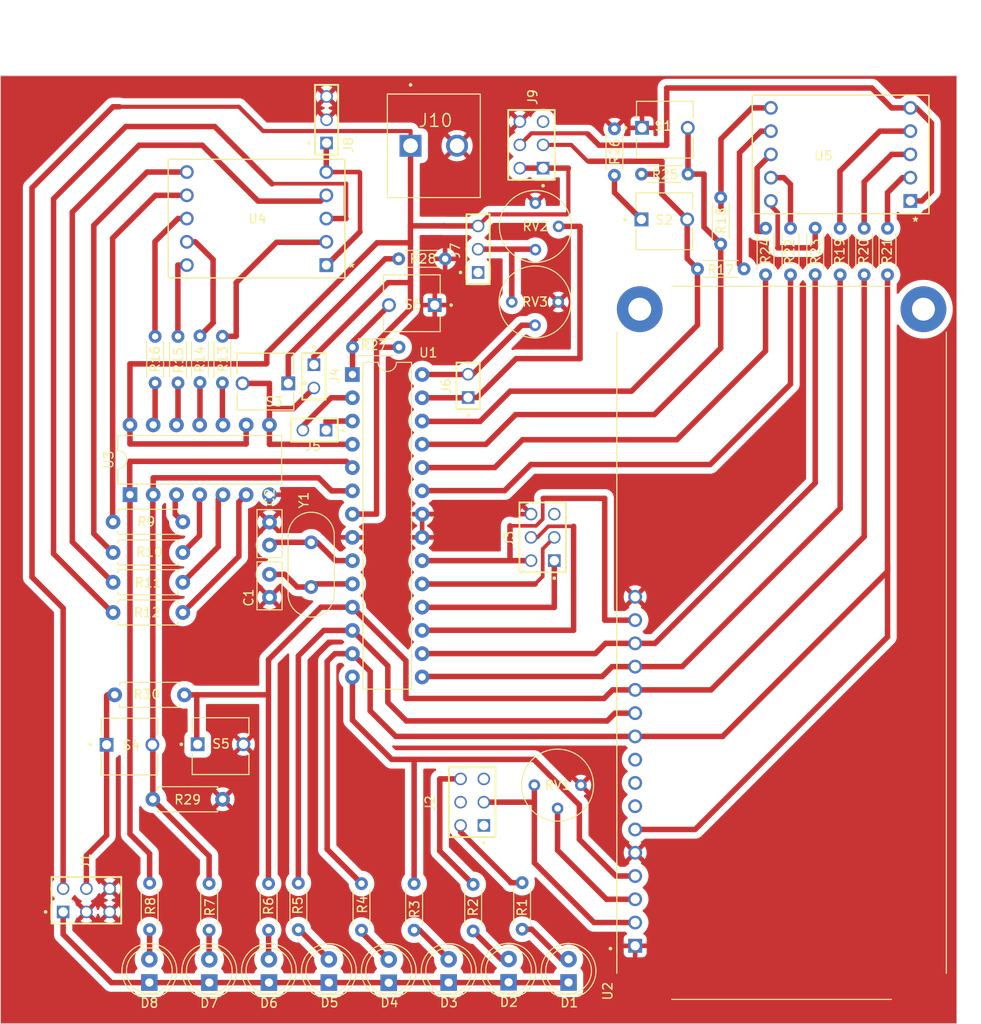
<source format=kicad_pcb>
(kicad_pcb (version 20221018) (generator pcbnew)
  (title_block (title "Módulo Aprendizaje Microcontroladores AVR") (date "2024-09-08") (rev "Bryan Claudio Huane Rodriguez") (company "IEEE UNMSM CAS SBC"))
  (layers (0 "F.Cu" signal) (31 "B.Cu" signal) (34 "B.Paste" user) (35 "F.Paste" user) (36 "B.SilkS" user "B.Silkscreen") (37 "F.SilkS" user "F.Silkscreen") (38 "B.Mask" user) (39 "F.Mask" user) (44 "Edge.Cuts" user))
  (net 0 "")
  (net 1 "PB6")
  (net 2 "Net-(U4-A)")
  (net 3 "PB7")
  (net 4 "Net-(D1-K)")
  (net 5 "PB1")
  (net 6 "PC2")
  (net 7 "PD6")
  (net 8 "PD7")
  (net 9 "PB0")
  (net 10 "Net-(U4-B)")
  (net 11 "5V")
  (net 12 "PD4")
  (net 13 "PD5")
  (net 14 "PB2")
  (net 15 "MOSI")
  (net 16 "MISO")
  (net 17 "PB5")
  (net 18 "PC0")
  (net 19 "PC1")
  (net 20 "PC4")
  (net 21 "PC5")
  (net 22 "PD0")
  (net 23 "PD1")
  (net 24 "PD2")
  (net 25 "PD3")
  (net 26 "GND")
  (net 27 "Net-(U4-C)")
  (net 28 "Net-(U4-D)")
  (net 29 "PC6")
  (net 30 "Net-(U5-E)")
  (net 31 "Net-(U5-D)")
  (net 32 "Net-(U5-C)")
  (net 33 "Net-(U5-B)")
  (net 34 "Net-(U5-A)")
  (net 35 "Net-(U5-DP)")
  (net 36 "Net-(U5-F)")
  (net 37 "Net-(U5-G)")
  (net 38 "Net-(U4-E)")
  (net 39 "Net-(U4-F)")
  (net 40 "Net-(U4-G)")
  (net 41 "Net-(U4-DP)")
  (net 42 "Net-(D1-A)")
  (net 43 "Net-(D2-A)")
  (net 44 "Net-(D3-A)")
  (net 45 "Net-(D4-A)")
  (net 46 "Net-(D5-A)")
  (net 47 "Net-(D7-A)")
  (net 48 "Net-(D8-A)")
  (net 49 "PC3")
  (net 50 "LED2")
  (net 51 "LED3")
  (net 52 "Net-(D6-A)")
  (net 53 "Net-(U2-VDD)")
  (net 56 "Net-(U3-Q0)")
  (net 57 "Net-(U3-Q1)")
  (net 58 "Net-(U3-Q2)")
  (net 59 "Net-(U3-Q3)")
  (net 60 "Net-(U3-Q4)")
  (net 61 "Net-(U3-Q5)")
  (net 62 "Net-(U3-Q6)")
  (net 63 "Net-(U3-Q7)")
  (net 64 "Net-(R26-Pad2)")
  (net 65 "Net-(U2-VO)")
  (net 69 "Net-(J7-Pad02)")
  (net 70 "Net-(J8-Pad01)")
  (net 71 "Net-(J9-Pad04)")
  (net 72 "Net-(J1-Pad04)")
  (net 76 "Net-(R28-Pad1)")
  (footprint "Capacitor_THT:C_Disc_D5.0mm_W2.5mm_P2.50mm" (layer "F.Cu") (at 116.4 95.95 -90)
    (fp_text reference "C1")
    (fp_text value "C")
  )
  (footprint "LED_THT:LED_D5.0mm" (layer "F.Cu") (at 149.075 140.5 90)
    (fp_text reference "D1")
    (fp_text value "LED")
  )
  (footprint "Package_DIP:DIP-28_W7.62mm" (layer "F.Cu") (at 125.455 74.13)
    (fp_text reference "U1")
    (fp_text value "ATmega328P-P")
  )
  (footprint "Resistor_THT:R_Axial_DIN0207_L6.3mm_D2.5mm_P7.62mm_Horizontal" (layer "F.Cu") (at 106.925 96.81 180)
    (fp_text reference "R11")
    (fp_text value "R")
  )
  (footprint "Resistor_THT:R_Axial_DIN0207_L6.3mm_D2.5mm_P7.62mm_Horizontal" (layer "F.Cu") (at 106.925 100.11 180)
    (fp_text reference "R12")
    (fp_text value "R")
  )
  (footprint "Crystal:Crystal_HC49-4H_Vertical" (layer "F.Cu") (at 120.95 92.45 -90)
    (fp_text reference "Y1")
    (fp_text value "Crystal")
  )
  (footprint "LED_THT:LED_D5.0mm" (layer "F.Cu") (at 129.425 140.535 90)
    (fp_text reference "D4")
    (fp_text value "LED")
  )
  (footprint "Resistor_THT:R_Axial_DIN0204_L3.6mm_D1.6mm_P5.08mm_Horizontal" (layer "F.Cu") (at 103.9 75.05 90)
    (fp_text reference "R16")
    (fp_text value "R")
  )
  (footprint "TSW-103-17-T-D:SAMTEC_TSW-103-17-T-D" (layer "F.Cu") (at 147.515 94.45 90)
    (fp_text reference "J3")
    (fp_text value "TSW-103-17-T-D")
  )
  (footprint "Resistor_THT:R_Axial_DIN0204_L3.6mm_D1.6mm_P5.08mm_Horizontal" (layer "F.Cu") (at 176.025 63.23 90)
    (fp_text reference "R23")
    (fp_text value "R")
  )
  (footprint "Resistor_THT:R_Axial_DIN0204_L3.6mm_D1.6mm_P5.08mm_Horizontal" (layer "F.Cu") (at 183.925 63.24 90)
    (fp_text reference "R21")
    (fp_text value "R")
  )
  (footprint "JUMPER3:SAMTEC_TSW-101-26-S-T" (layer "F.Cu") (at 139.1875 62.99)
    (fp_text reference "J7")
    (fp_text value "TSW-101-26-S-T")
  )
  (footprint "Package_DIP:DIP-14_W7.62mm" (layer "F.Cu") (at 101.15 87.25 90)
    (fp_text reference "U3")
    (fp_text value "74HC164")
  )
  (footprint "Resistor_THT:R_Axial_DIN0204_L3.6mm_D1.6mm_P5.08mm_Horizontal" (layer "F.Cu") (at 130.51 61.5)
    (fp_text reference "R28")
    (fp_text value "R")
  )
  (footprint "Potentiometer_THT:Potentiometer_Bourns_3339P_Vertical" (layer "F.Cu") (at 150.415 118.96 90)
    (fp_text reference "RV1")
    (fp_text value "R_Potentiometer")
  )
  (footprint "Potentiometer_THT:Potentiometer_Bourns_3339P_Vertical" (layer "F.Cu") (at 145.45 55.42 180)
    (fp_text reference "RV2")
    (fp_text value "R_Potentiometer")
  )
  (footprint "Resistor_THT:R_Axial_DIN0204_L3.6mm_D1.6mm_P5.08mm_Horizontal" (layer "F.Cu") (at 125.47 71.15)
    (fp_text reference "R27")
    (fp_text value "R")
  )
  (footprint "SC56-11SRWA:SC56-11SRWA_KNB" (layer "F.Cu") (at 186.42 55.18 180)
    (fp_text reference "U5")
    (fp_text value "SA15-11SRWA")
  )
  (footprint "Resistor_THT:R_Axial_DIN0204_L3.6mm_D1.6mm_P5.08mm_Horizontal" (layer "F.Cu") (at 138.65 129.8 -90)
    (fp_text reference "R2")
    (fp_text value "R")
  )
  (footprint "Resistor_THT:R_Axial_DIN0204_L3.6mm_D1.6mm_P5.08mm_Horizontal" (layer "F.Cu") (at 144 129.61 -90)
    (fp_text reference "R1")
    (fp_text value "R")
  )
  (footprint "LED_THT:LED_D5.0mm" (layer "F.Cu") (at 142.525 140.485 90)
    (fp_text reference "D2")
    (fp_text value "LED")
  )
  (footprint "TSW-103-17-T-D:SAMTEC_TSW-103-17-T-D" (layer "F.Cu") (at 146.29 51.6 90)
    (fp_text reference "J9")
    (fp_text value "TSW-103-17-T-D")
  )
  (footprint "Resistor_THT:R_Axial_DIN0204_L3.6mm_D1.6mm_P5.08mm_Horizontal" (layer "F.Cu") (at 126.45 129.71 -90)
    (fp_text reference "R4")
    (fp_text value "R")
  )
  (footprint "Capacitor_THT:C_Disc_D5.0mm_W2.5mm_P2.50mm" (layer "F.Cu") (at 116.4 92.75 90)
    (fp_text reference "C2")
    (fp_text value "C")
  )
  (footprint "Resistor_THT:R_Axial_DIN0204_L3.6mm_D1.6mm_P5.08mm_Horizontal" (layer "F.Cu") (at 108.8 75 90)
    (fp_text reference "R14")
    (fp_text value "R")
  )
  (footprint "Resistor_THT:R_Axial_DIN0204_L3.6mm_D1.6mm_P5.08mm_Horizontal" (layer "F.Cu") (at 111.25 75.04 90)
    (fp_text reference "R13")
    (fp_text value "R")
  )
  (footprint "TSW-102-09-G-S:SAMTEC_TSW-102-09-G-S" (layer "F.Cu") (at 121.25 73.06 -90)
    (fp_text reference "J4")
    (fp_text value "TSW-102-09-G-S")
  )
  (footprint "Resistor_THT:R_Axial_DIN0204_L3.6mm_D1.6mm_P5.08mm_Horizontal" (layer "F.Cu") (at 109.8 129.71 -90)
    (fp_text reference "R7")
    (fp_text value "R")
  )
  (footprint "Resistor_THT:R_Axial_DIN0204_L3.6mm_D1.6mm_P5.08mm_Horizontal" (layer "F.Cu") (at 170.6 63.24 90)
    (fp_text reference "R24")
    (fp_text value "R")
  )
  (footprint "TSW-103-17-T-D:SAMTEC_TSW-103-17-T-D" (layer "F.Cu") (at 139.815 123.36 90)
    (fp_text reference "J2")
    (fp_text value "TSW-103-17-T-D")
  )
  (footprint "TL59NF160Q:SW_TL59NF160Q" (layer "F.Cu") (at 131.95 66.55 180)
    (fp_text reference "S6")
    (fp_text value "TL59NF160Q")
  )
  (footprint "Resistor_THT:R_Axial_DIN0204_L3.6mm_D1.6mm_P5.08mm_Horizontal" (layer "F.Cu") (at 163.16 62.6)
    (fp_text reference "R17")
    (fp_text value "R")
  )
  (footprint "Resistor_THT:R_Axial_DIN0204_L3.6mm_D1.6mm_P5.08mm_Horizontal" (layer "F.Cu") (at 181.375 63.24 90)
    (fp_text reference "R20")
    (fp_text value "R")
  )
  (footprint "Resistor_THT:R_Axial_DIN0204_L3.6mm_D1.6mm_P5.08mm_Horizontal" (layer "F.Cu") (at 178.75 63.24 90)
    (fp_text reference "R19")
    (fp_text value "R")
  )
  (footprint "Potentiometer_THT:Potentiometer_Bourns_3339P_Vertical" (layer "F.Cu") (at 147.95 66.21 90)
    (fp_text reference "RV3")
    (fp_text value "R_Potentiometer")
  )
  (footprint "LED_THT:LED_D5.0mm" (layer "F.Cu") (at 122.885 140.5175 90)
    (fp_text reference "D5")
    (fp_text value "LED")
  )
  (footprint "Resistor_THT:R_Axial_DIN0204_L3.6mm_D1.6mm_P5.08mm_Horizontal" (layer "F.Cu") (at 173.325 63.24 90)
    (fp_text reference "R22")
    (fp_text value "R")
  )
  (footprint "JUMPER3:SAMTEC_TSW-101-26-S-T" (layer "F.Cu") (at 122.634851 48.855825)
    (fp_text reference "J8")
    (fp_text value "TSW-101-26-S-T" hide)
  )
  (footprint "LED_THT:LED_D5.0mm" (layer "F.Cu") (at 135.975 140.51 90)
    (fp_text reference "D3")
    (fp_text value "LED")
  )
  (footprint "TSW-102-09-G-S:SAMTEC_TSW-102-09-G-S" (layer "F.Cu") (at 138.1 76.64 90)
    (fp_text reference "J6")
    (fp_text value "TSW-102-09-G-S")
  )
  (footprint "Resistor_THT:R_Axial_DIN0207_L6.3mm_D2.5mm_P7.62mm_Horizontal" (layer "F.Cu") (at 106.925 93.56 180)
    (fp_text reference "R10")
    (fp_text value "R")
  )
  (footprint "Resistor_THT:R_Axial_DIN0207_L6.3mm_D2.5mm_P7.62mm_Horizontal" (layer "F.Cu") (at 107.1 109.1 180)
    (fp_text reference "R30")
    (fp_text value "R")
  )
  (footprint "TSW-103-17-T-D:SAMTEC_TSW-103-17-T-D" (layer "F.Cu") (at 93.85 132.8)
    (fp_text reference "J1")
    (fp_text value "TSW-103-17-T-D")
  )
  (footprint "Resistor_THT:R_Axial_DIN0207_L6.3mm_D2.5mm_P7.62mm_Horizontal" (layer "F.Cu") (at 106.925 90.21 180)
    (fp_text reference "R9")
    (fp_text value "R")
  )
  (footprint "TL59NF160Q:SW_TL59NF160Q" (layer "F.Cu") (at 159.5375 57.2)
    (fp_text reference "S2")
    (fp_text value "TL59NF160Q")
  )
  (footprint "LED_THT:LED_D5.0mm" (layer "F.Cu") (at 116.335 140.5125 90)
    (fp_text reference "D6")
    (fp_text value "LED")
  )
  (footprint "LCD2X16:LCD_LCD2X16" (layer "F.Cu") (at 172.35 104.5 90)
    (fp_text reference "U2")
    (fp_text value "LCD2X16")
  )
  (footprint "TL59NF160Q:SW_TL59NF160Q" (layer "F.Cu") (at 111.05 114.5)
    (fp_text reference "S5")
    (fp_text value "TL59NF160Q")
  )
  (footprint "Resistor_THT:R_Axial_DIN0204_L3.6mm_D1.6mm_P5.08mm_Horizontal" (layer "F.Cu") (at 119.55 129.66 -90)
    (fp_text reference "R5")
    (fp_text value "R")
  )
  (footprint "TL59NF160Q:SW_TL59NF160Q" (layer "F.Cu") (at 159.6 47.2)
    (fp_text reference "S1")
    (fp_text value "TL59NF160Q")
  )
  (footprint "Resistor_THT:R_Axial_DIN0207_L6.3mm_D2.5mm_P7.62mm_Horizontal" (layer "F.Cu") (at 111.27 120.5 180)
    (fp_text reference "R29")
    (fp_text value "R")
  )
  (footprint "Resistor_THT:R_Axial_DIN0204_L3.6mm_D1.6mm_P5.08mm_Horizontal" (layer "F.Cu") (at 106.4 75.05 90)
    (fp_text reference "R15")
    (fp_text value "R")
  )
  (footprint "LED_THT:LED_D5.0mm" (layer "F.Cu") (at 109.819 140.5175 90)
    (fp_text reference "D7")
    (fp_text value "LED")
  )
  (footprint "LED_THT:LED_D5.0mm" (layer "F.Cu") (at 103.269 140.5075 90)
    (fp_text reference "D8")
    (fp_text value "LED")
  )
  (footprint "TB010-508-02BE:CUI_TB010-508-02BE" (layer "F.Cu") (at 131.81 49.15)
    (fp_text reference "J10")
    (fp_text value "TB010-508-02BE")
  )
  (footprint "TL59NF160Q:SW_TL59NF160Q" (layer "F.Cu") (at 101.1 114.55)
    (fp_text reference "S4")
    (fp_text value "TL59NF160Q")
  )
  (footprint "TL59NF160Q:SW_TL59NF160Q" (layer "F.Cu") (at 115.95 75.1 180)
    (fp_text reference "S3")
    (fp_text value "TL59NF160Q")
  )
  (footprint "SC56-11SRWA:SC56-11SRWA_KNB" (layer "F.Cu") (at 122.604851 62.185825 180)
    (fp_text reference "U4")
    (fp_text value "SBC18-11EGWA")
  )
  (footprint "Resistor_THT:R_Axial_DIN0204_L3.6mm_D1.6mm_P5.08mm_Horizontal" (layer "F.Cu") (at 103.3 129.66 -90)
    (fp_text reference "R8")
    (fp_text value "R")
  )
  (footprint "Resistor_THT:R_Axial_DIN0204_L3.6mm_D1.6mm_P5.08mm_Horizontal" (layer "F.Cu") (at 154.0875 47.31 -90)
    (fp_text reference "R26")
    (fp_text value "R")
  )
  (footprint "Resistor_THT:R_Axial_DIN0204_L3.6mm_D1.6mm_P5.08mm_Horizontal" (layer "F.Cu") (at 162.125 52.25 180)
    (fp_text reference "R25")
    (fp_text value "R")
  )
  (footprint "Resistor_THT:R_Axial_DIN0204_L3.6mm_D1.6mm_P5.08mm_Horizontal" (layer "F.Cu") (at 116.3 129.7125 -90)
    (fp_text reference "R6")
    (fp_text value "R")
  )
  (footprint "Resistor_THT:R_Axial_DIN0204_L3.6mm_D1.6mm_P5.08mm_Horizontal" (layer "F.Cu") (at 165.7 59.89 90)
    (fp_text reference "R18")
    (fp_text value "R")
  )
  (footprint "Resistor_THT:R_Axial_DIN0204_L3.6mm_D1.6mm_P5.08mm_Horizontal" (layer "F.Cu") (at 132.2 129.71 -90)
    (fp_text reference "R3")
    (fp_text value "R")
  )
  (footprint "TSW-102-09-G-S:SAMTEC_TSW-102-09-G-S" (layer "F.Cu") (at 122.5825 80.2 180)
    (fp_text reference "J5")
    (fp_text value "TSW-102-09-G-S")
  )
  (gr_line (start 87 41.5) (end 87 145) (stroke (width 0.1)) (layer "Edge.Cuts"))
  (gr_line (start 191.5 41.5) (end 87 41.5) (stroke (width 0.1)) (layer "Edge.Cuts"))
  (gr_line (start 191.5 145) (end 191.5 41.5) (stroke (width 0.1)) (layer "Edge.Cuts"))
  (gr_line (start 87 145) (end 191.5 145) (stroke (width 0.1)) (layer "Edge.Cuts"))
  (segment (start 123.6 94.45) (end 121.6 92.45) (width 0.6) (layer "F.Cu") (net 1))
  (segment (start 121.6 92.45) (end 116.7 92.45) (width 0.6) (layer "F.Cu") (net 1))
  (segment (start 125.455 94.45) (end 123.6 94.45) (width 0.6) (layer "F.Cu") (net 1))
  (segment (start 116.7 92.45) (end 116.4 92.75) (width 0.6) (layer "F.Cu") (net 1))
  (segment (start 99.305 90.21) (end 99.275 90.18) (width 0.6) (layer "F.Cu") (net 2))
  (segment (start 99.305 90.21) (end 99.259851 90.164851) (width 0.6) (layer "F.Cu") (net 2))
  (segment (start 103.934175 54.565825) (end 107.364851 54.565825) (width 0.6) (layer "F.Cu") (net 2))
  (segment (start 99.259851 90.164851) (end 99.259851 59.240149) (width 0.6) (layer "F.Cu") (net 2))
  (segment (start 99.259851 59.240149) (end 103.934175 54.565825) (width 0.6) (layer "F.Cu") (net 2))
  (segment (start 116.4 95.95) (end 118.05 95.95) (width 0.6) (layer "F.Cu") (net 3))
  (segment (start 119.43 97.33) (end 120.95 97.33) (width 0.6) (layer "F.Cu") (net 3))
  (segment (start 118.05 95.95) (end 119.43 97.33) (width 0.6) (layer "F.Cu") (net 3))
  (segment (start 121.29 96.99) (end 125.455 96.99) (width 0.6) (layer "F.Cu") (net 3))
  (segment (start 120.95 97.33) (end 121.29 96.99) (width 0.6) (layer "F.Cu") (net 3))
  (segment (start 103.2665 140.51) (end 103.269 140.5075) (width 0.25) (layer "F.Cu") (net 4))
  (segment (start 93.85 135.25) (end 99.1175 140.5175) (width 0.6) (layer "F.Cu") (net 4))
  (segment (start 99.1175 140.5175) (end 149.0575 140.5175) (width 0.6) (layer "F.Cu") (net 4))
  (segment (start 129.4075 140.5175) (end 129.425 140.535) (width 0.6) (layer "F.Cu") (net 4))
  (segment (start 129.45 140.51) (end 129.425 140.535) (width 0.6) (layer "F.Cu") (net 4))
  (segment (start 149.0575 140.5175) (end 149.075 140.5) (width 0.6) (layer "F.Cu") (net 4))
  (segment (start 149.06 140.485) (end 149.075 140.5) (width 0.6) (layer "F.Cu") (net 4))
  (segment (start 93.85 132.8) (end 93.85 135.25) (width 0.6) (layer "F.Cu") (net 4))
  (segment (start 116.34 140.5175) (end 116.335 140.5125) (width 0.6) (layer "F.Cu") (net 4))
  (segment (start 109.803 140.5075) (end 109.808 140.5025) (width 0.6) (layer "F.Cu") (net 4))
  (segment (start 142.5 140.51) (end 142.525 140.485) (width 0.6) (layer "F.Cu") (net 4))
  (segment (start 129.425 140.51) (end 129.425 140.535) (width 0.6) (layer "F.Cu") (net 4))
  (segment (start 161.48 106.02) (end 178.75 88.75) (width 0.6) (layer "F.Cu") (net 5))
  (segment (start 133.125 107.1) (end 152.75 107.1) (width 0.6) (layer "F.Cu") (net 5))
  (segment (start 156.35 106.02) (end 161.48 106.02) (width 0.6) (layer "F.Cu") (net 5))
  (segment (start 178.75 63.24) (end 178.725 63.265) (width 0.6) (layer "F.Cu") (net 5))
  (segment (start 153.83 106.02) (end 156.35 106.02) (width 0.6) (layer "F.Cu") (net 5))
  (segment (start 133.075 107.15) (end 133.125 107.1) (width 0.6) (layer "F.Cu") (net 5))
  (segment (start 152.75 107.1) (end 153.83 106.02) (width 0.6) (layer "F.Cu") (net 5))
  (segment (start 178.75 88.75) (end 178.75 63.24) (width 0.6) (layer "F.Cu") (net 5))
  (segment (start 163.875 58.025) (end 163.875 52.25) (width 0.6) (layer "F.Cu") (net 6))
  (segment (start 162.125 47.225) (end 162.1 47.2) (width 0.6) (layer "F.Cu") (net 6))
  (segment (start 133.075 81.75) (end 140.05 81.75) (width 0.6) (layer "F.Cu") (net 6))
  (segment (start 158.45 78.5) (end 165.7 71.25) (width 0.6) (layer "F.Cu") (net 6))
  (segment (start 140.05 81.75) (end 143.3 78.5) (width 0.6) (layer "F.Cu") (net 6))
  (segment (start 165.725 59.875) (end 163.875 58.025) (width 0.6) (layer "F.Cu") (net 6))
  (segment (start 162.125 52.25) (end 162.125 47.225) (width 0.6) (layer "F.Cu") (net 6))
  (segment (start 165.7 71.25) (end 165.7 59.89) (width 0.6) (layer "F.Cu") (net 6))
  (segment (start 143.3 78.5) (end 158.45 78.5) (width 0.6) (layer "F.Cu") (net 6))
  (segment (start 163.875 52.25) (end 162.125 52.25) (width 0.6) (layer "F.Cu") (net 6))
  (segment (start 153.3 111.95) (end 131.35 111.95) (width 0.6) (layer "F.Cu") (net 7))
  (segment (start 131.35 111.95) (end 129.325 109.925) (width 0.6) (layer "F.Cu") (net 7))
  (segment (start 119.55 104.85) (end 119.55 129.66) (width 0.6) (layer "F.Cu") (net 7))
  (segment (start 129.325 109.925) (end 129.325 105.94) (width 0.6) (layer "F.Cu") (net 7))
  (segment (start 125.455 102.07) (end 122.33 102.07) (width 0.6) (layer "F.Cu") (net 7))
  (segment (start 122.33 102.07) (end 119.55 104.85) (width 0.6) (layer "F.Cu") (net 7))
  (segment (start 129.325 105.94) (end 125.455 102.07) (width 0.6) (layer "F.Cu") (net 7))
  (segment (start 156.35 111.1) (end 154.15 111.1) (width 0.6) (layer "F.Cu") (net 7))
  (segment (start 154.15 111.1) (end 153.3 111.95) (width 0.6) (layer "F.Cu") (net 7))
  (segment (start 122.7 105.45) (end 122.7 125.96) (width 0.6) (layer "F.Cu") (net 8))
  (segment (start 130.19 113.64) (end 156.35 113.64) (width 0.6) (layer "F.Cu") (net 8))
  (segment (start 123.54 104.61) (end 122.7 105.45) (width 0.6) (layer "F.Cu") (net 8))
  (segment (start 183.925 102.775) (end 162.9 123.8) (width 0.6) (layer "F.Cu") (net 8))
  (segment (start 127.4 106.555) (end 127.4 110.85) (width 0.6) (layer "F.Cu") (net 8))
  (segment (start 165.91 113.64) (end 183.925 95.625) (width 0.6) (layer "F.Cu") (net 8))
  (segment (start 156.35 113.64) (end 165.91 113.64) (width 0.6) (layer "F.Cu") (net 8))
  (segment (start 183.925 94.925) (end 183.925 63.24) (width 0.6) (layer "F.Cu") (net 8))
  (segment (start 122.7 125.96) (end 126.45 129.71) (width 0.6) (layer "F.Cu") (net 8))
  (segment (start 127.4 110.85) (end 130.19 113.64) (width 0.6) (layer "F.Cu") (net 8))
  (segment (start 125.455 104.61) (end 127.4 106.555) (width 0.6) (layer "F.Cu") (net 8))
  (segment (start 183.925 94.925) (end 183.925 102.775) (width 0.6) (layer "F.Cu") (net 8))
  (segment (start 183.925 95.625) (end 183.925 94.925) (width 0.6) (layer "F.Cu") (net 8))
  (segment (start 162.9 123.8) (end 156.35 123.8) (width 0.6) (layer "F.Cu") (net 8))
  (segment (start 125.455 104.61) (end 123.54 104.61) (width 0.6) (layer "F.Cu") (net 8))
  (segment (start 132.2 116.3) (end 132.2 129.71) (width 0.6) (layer "F.Cu") (net 9))
  (segment (start 125.455 111.855) (end 125.455 107.15) (width 0.6) (layer "F.Cu") (net 9))
  (segment (start 129.75 116.15) (end 125.455 111.855) (width 0.6) (layer "F.Cu") (net 9))
  (segment (start 154.245 128.88) (end 150.25 124.885) (width 0.6) (layer "F.Cu") (net 9))
  (segment (start 156.35 128.88) (end 154.245 128.88) (width 0.6) (layer "F.Cu") (net 9))
  (segment (start 150.25 121.125) (end 145.275 116.15) (width 0.6) (layer "F.Cu") (net 9))
  (segment (start 145.275 116.15) (end 129.75 116.15) (width 0.6) (layer "F.Cu") (net 9))
  (segment (start 150.25 124.885) (end 150.25 121.125) (width 0.6) (layer "F.Cu") (net 9))
  (segment (start 99.305 93.56) (end 99.26 93.56) (width 0.6) (layer "F.Cu") (net 10))
  (segment (start 103.024175 52.025825) (end 107.364851 52.025825) (width 0.6) (layer "F.Cu") (net 10))
  (segment (start 97.2 91.5) (end 97.2 57.85) (width 0.6) (layer "F.Cu") (net 10))
  (segment (start 97.2 57.85) (end 103.024175 52.025825) (width 0.6) (layer "F.Cu") (net 10))
  (segment (start 99.26 93.56) (end 97.2 91.5) (width 0.6) (layer "F.Cu") (net 10))
  (segment (start 131.81 57.9) (end 131.8 57.91) (width 0.6) (layer "F.Cu") (net 11))
  (segment (start 148.85 56.65) (end 149.05 56.45) (width 0.45) (layer "F.Cu") (net 11))
  (segment (start 146.25 87.7) (end 146.25 89.925) (width 0.4) (layer "F.Cu") (net 11))
  (segment (start 131.8 63.8) (end 131.8 66.95) (width 0.6) (layer "F.Cu") (net 11))
  (segment (start 101.15 72.9675) (end 116.0325 72.9675) (width 0.6) (layer "F.Cu") (net 11))
  (segment (start 101.15 79.63) (end 101.15 81.71) (width 0.6) (layer "F.Cu") (net 11))
  (segment (start 146.25 89.925) (end 145.525 90.65) (width 0.4) (layer "F.Cu") (net 11))
  (segment (start 153.025 100.95) (end 156.34 100.95) (width 0.6) (layer "F.Cu") (net 11))
  (segment (start 100 44.9) (end 113.05 44.9) (width 0.45) (layer "F.Cu") (net 11))
  (segment (start 116.1 72.9) (end 116.1 71.8) (width 0.6) (layer "F.Cu") (net 11))
  (segment (start 115.7 47.55) (end 131.81 47.55) (width 0.45) (layer "F.Cu") (net 11))
  (segment (start 153.025 87.65) (end 153.025 100.95) (width 0.6) (layer "F.Cu") (net 11))
  (segment (start 101.15 81.71) (end 113.85 81.71) (width 0.6) (layer "F.Cu") (net 11))
  (segment (start 128.1 70.65) (end 128.1 71) (width 0.6) (layer "F.Cu") (net 11))
  (segment (start 116.0325 72.9675) (end 116.1 72.9) (width 0.6) (layer "F.Cu") (net 11))
  (segment (start 128.25 71.15) (end 130.55 71.15) (width 0.6) (layer "F.Cu") (net 11))
  (segment (start 131.8 59.75) (end 131.8 63.8) (width 0.6) (layer "F.Cu") (net 11))
  (segment (start 128.1 71) (end 128.1 89.37) (width 0.6) (layer "F.Cu") (net 11))
  (segment (start 131.8 57.91) (end 131.8 59.75) (width 0.6) (layer "F.Cu") (net 11))
  (segment (start 135.45 57.9) (end 135.46 57.91) (width 0.6) (layer "F.Cu") (net 11))
  (segment (start 90.45 53.75) (end 90.45 96.25) (width 0.6) (layer "F.Cu") (net 11))
  (segment (start 135.46 57.91) (end 139.1875 57.91) (width 0.6) (layer "F.Cu") (net 11))
  (segment (start 144.975 94.45) (end 142.675 94.45) (width 0.6) (layer "F.Cu") (net 11))
  (segment (start 131.75 64.1) (end 131.8 64.15) (width 0.6) (layer "F.Cu") (net 11))
  (segment (start 128.1 89.37) (end 125.455 89.37) (width 0.6) (layer "F.Cu") (net 11))
  (segment (start 146.29 51.6) (end 143.75 51.6) (width 0.6) (layer "F.Cu") (net 11))
  (segment (start 90.45 96.25) (end 93.85 99.65) (width 0.6) (layer "F.Cu") (net 11))
  (segment (start 121.25 72.2) (end 129.35 64.1) (width 0.6) (layer "F.Cu") (net 11))
  (segment (start 135.45 57.9) (end 131.81 57.9) (width 0.6) (layer "F.Cu") (net 11))
  (segment (start 113.85 81.71) (end 113.85 79.63) (width 0.6) (layer "F.Cu") (net 11))
  (segment (start 142.675 94.45) (end 133.075 94.45) (width 0.6) (layer "F.Cu") (net 11))
  (segment (start 129.35 64.1) (end 131.75 64.1) (width 0.6) (layer "F.Cu") (net 11))
  (segment (start 100 44.9) (end 99.3 44.9) (width 0.6) (layer "F.Cu") (net 11))
  (segment (start 116.1 71.8) (end 128.15 59.75) (width 0.6) (layer "F.Cu") (net 11))
  (segment (start 156.34 100.95) (end 156.35 100.94) (width 0.6) (layer "F.Cu") (net 11))
  (segment (start 149.05 51.6) (end 146.29 51.6) (width 0.6) (layer "F.Cu") (net 11))
  (segment (start 128.15 59.75) (end 131.8 59.75) (width 0.6) (layer "F.Cu") (net 11))
  (segment (start 146.3 87.65) (end 153.025 87.65) (width 0.6) (layer "F.Cu") (net 11))
  (segment (start 145.525 90.65) (end 142.675 90.65) (width 0.4) (layer "F.Cu") (net 11))
  (segment (start 139.1875 57.91) (end 140.4475 56.65) (width 0.45) (layer "F.Cu") (net 11))
  (segment (start 121.25 73.06) (end 121.25 72.2) (width 0.6) (layer "F.Cu") (net 11))
  (segment (start 101.15 79.63) (end 101.15 72.9675) (width 0.6) (layer "F.Cu") (net 11))
  (segment (start 146.3 87.65) (end 146.25 87.7) (width 0.4) (layer "F.Cu") (net 11))
  (segment (start 131.81 57.9) (end 131.81 49.15) (width 0.6) (layer "F.Cu") (net 11))
  (segment (start 149.05 56.45) (end 149.05 51.6) (width 0.45) (layer "F.Cu") (net 11))
  (segment (start 113.05 44.9) (end 115.7 47.55) (width 0.45) (layer "F.Cu") (net 11))
  (segment (start 131.81 47.55) (end 131.81 49.15) (width 0.45) (layer "F.Cu") (net 11))
  (segment (start 131.8 66.95) (end 128.1 70.65) (width 0.6) (layer "F.Cu") (net 11))
  (segment (start 133.065 94.46) (end 133.075 94.45) (width 0.6) (layer "F.Cu") (net 11))
  (segment (start 128.1 71) (end 128.25 71.15) (width 0.6) (layer "F.Cu") (net 11))
  (segment (start 131.8 64.7) (end 131.8 63.8) (width 0.25) (layer "F.Cu") (net 11))
  (segment (start 140.4475 56.65) (end 148.85 56.65) (width 0.45) (layer "F.Cu") (net 11))
  (segment (start 99.3 44.9) (end 90.45 53.75) (width 0.6) (layer "F.Cu") (net 11))
  (segment (start 142.675 94.45) (end 142.675 90.65) (width 0.6) (layer "F.Cu") (net 11))
  (segment (start 131.8 64.15) (end 131.8 64.7) (width 0.6) (layer "F.Cu") (net 11))
  (segment (start 93.85 99.65) (end 93.85 130.26) (width 0.6) (layer "F.Cu") (net 11))
  (segment (start 123.18 86.83) (end 125.455 86.83) (width 0.6) (layer "F.Cu") (net 12))
  (segment (start 103.65 120.5) (end 103.65 115.2) (width 0.6) (layer "F.Cu") (net 12))
  (segment (start 103.69 85.41) (end 121.76 85.41) (width 0.6) (layer "F.Cu") (net 12))
  (segment (start 109.8 126.7) (end 109.8 129.71) (width 0.6) (layer "F.Cu") (net 12))
  (segment (start 103.65 87.29) (end 103.69 87.25) (width 0.6) (layer "F.Cu") (net 12))
  (segment (start 103.65 115.2) (end 103.65 87.29) (width 0.6) (layer "F.Cu") (net 12))
  (segment (start 103.65 120.55) (end 109.8 126.7) (width 0.6) (layer "F.Cu") (net 12))
  (segment (start 103.69 87.25) (end 103.69 85.41) (width 0.6) (layer "F.Cu") (net 12))
  (segment (start 103.65 120.5) (end 103.65 120.55) (width 0.6) (layer "F.Cu") (net 12))
  (segment (start 121.76 85.41) (end 123.18 86.83) (width 0.6) (layer "F.Cu") (net 12))
  (segment (start 152.95 109.5) (end 131.3 109.5) (width 0.6) (layer "F.Cu") (net 13))
  (segment (start 181.375 91.825) (end 164.64 108.56) (width 0.6) (layer "F.Cu") (net 13))
  (segment (start 116.285 105.265) (end 122.02 99.53) (width 0.6) (layer "F.Cu") (net 13))
  (segment (start 153.89 108.56) (end 152.95 109.5) (width 0.6) (layer "F.Cu") (net 13))
  (segment (start 108.45 109.1) (end 116.285 109.1) (width 0.6) (layer "F.Cu") (net 13))
  (segment (start 164.64 108.56) (end 156.35 108.56) (width 0.6) (layer "F.Cu") (net 13))
  (segment (start 131.3 105.375) (end 125.455 99.53) (width 0.6) (layer "F.Cu") (net 13))
  (segment (start 156.35 108.56) (end 153.89 108.56) (width 0.6) (layer "F.Cu") (net 13))
  (segment (start 116.285 129.7125) (end 116.285 109.1) (width 0.6) (layer "F.Cu") (net 13))
  (segment (start 108.45 109.1) (end 108.45 114.5) (width 0.6) (layer "F.Cu") (net 13))
  (segment (start 107.1 109.1) (end 108.45 109.1) (width 0.6) (layer "F.Cu") (net 13))
  (segment (start 131.3 109.5) (end 131.3 105.375) (width 0.6) (layer "F.Cu") (net 13))
  (segment (start 181.375 63.24) (end 181.375 91.825) (width 0.6) (layer "F.Cu") (net 13))
  (segment (start 122.02 99.53) (end 125.455 99.53) (width 0.6) (layer "F.Cu") (net 13))
  (segment (start 116.285 109.1) (end 116.285 105.265) (width 0.6) (layer "F.Cu") (net 13))
  (segment (start 153.12 103.48) (end 156.35 103.48) (width 0.6) (layer "F.Cu") (net 14))
  (segment (start 133.075 104.61) (end 133.085 104.6) (width 0.6) (layer "F.Cu") (net 14))
  (segment (start 133.085 104.6) (end 152 104.6) (width 0.6) (layer "F.Cu") (net 14))
  (segment (start 176.025 85.975) (end 176.025 63.23) (width 0.6) (layer "F.Cu") (net 14))
  (segment (start 156.35 103.48) (end 158.52 103.48) (width 0.6) (layer "F.Cu") (net 14))
  (segment (start 152 104.6) (end 153.12 103.48) (width 0.6) (layer "F.Cu") (net 14))
  (segment (start 158.52 103.48) (end 176.025 85.975) (width 0.6) (layer "F.Cu") (net 14))
  (segment (start 149.625 102.05) (end 133.095 102.05) (width 0.6) (layer "F.Cu") (net 15))
  (segment (start 149.625 90.7) (end 149.625 102.05) (width 0.6) (layer "F.Cu") (net 15))
  (segment (start 145.665 91.91) (end 146.875 90.7) (width 0.4) (layer "F.Cu") (net 15))
  (segment (start 144.975 91.91) (end 145.665 91.91) (width 0.45) (layer "F.Cu") (net 15))
  (segment (start 146.875 90.7) (end 149.625 90.7) (width 0.4) (layer "F.Cu") (net 15))
  (segment (start 133.095 102.05) (end 133.075 102.07) (width 0.6) (layer "F.Cu") (net 15))
  (segment (start 147.515 99.55) (end 147.515 94.45) (width 0.6) (layer "F.Cu") (net 16))
  (segment (start 133.095 99.55) (end 147.515 99.55) (width 0.6) (layer "F.Cu") (net 16))
  (segment (start 133.075 99.53) (end 133.095 99.55) (width 0.6) (layer "F.Cu") (net 16))
  (segment (start 145.425 97) (end 146.175 96.25) (width 0.4) (layer "F.Cu") (net 17))
  (segment (start 133.075 96.99) (end 133.085 97) (width 0.6) (layer "F.Cu") (net 17))
  (segment (start 146.25 96.175) (end 146.25 93.175) (width 0.4) (layer "F.Cu") (net 17))
  (segment (start 146.175 96.25) (end 146.25 96.175) (width 0.4) (layer "F.Cu") (net 17))
  (segment (start 133.085 97) (end 145.425 97) (width 0.6) (layer "F.Cu") (net 17))
  (segment (start 146.25 93.175) (end 147.515 91.91) (width 0.4) (layer "F.Cu") (net 17))
  (segment (start 173.325 63.24) (end 173.325 75.175) (width 0.6) (layer "F.Cu") (net 18))
  (segment (start 144.94 83.96) (end 142.09 86.81) (width 0.6) (layer "F.Cu") (net 18))
  (segment (start 142.09 86.81) (end 133.095 86.81) (width 0.6) (layer "F.Cu") (net 18))
  (segment (start 133.095 86.81) (end 133.075 86.83) (width 0.6) (layer "F.Cu") (net 18))
  (segment (start 164.54 83.96) (end 144.94 83.96) (width 0.6) (layer "F.Cu") (net 18))
  (segment (start 173.325 75.175) (end 164.54 83.96) (width 0.6) (layer "F.Cu") (net 18))
  (segment (start 160.9 81.25) (end 170.6 71.55) (width 0.6) (layer "F.Cu") (net 19))
  (segment (start 170.625 63.265) (end 170.6 63.24) (width 0.6) (layer "F.Cu") (net 19))
  (segment (start 144.05 81.25) (end 160.9 81.25) (width 0.6) (layer "F.Cu") (net 19))
  (segment (start 170.6 71.55) (end 170.6 63.24) (width 0.6) (layer "F.Cu") (net 19))
  (segment (start 133.075 84.29) (end 141.01 84.29) (width 0.6) (layer "F.Cu") (net 19))
  (segment (start 141.01 84.29) (end 144.05 81.25) (width 0.6) (layer "F.Cu") (net 19))
  (segment (start 150.325 72.4) (end 150.325 57.96) (width 0.6) (layer "F.Cu") (net 20))
  (segment (start 138.1 76.64) (end 139.095 76.64) (width 0.6) (layer "F.Cu") (net 20))
  (segment (start 138.07 76.67) (end 138.1 76.64) (width 0.6) (layer "F.Cu") (net 20))
  (segment (start 143.335 72.4) (end 150.325 72.4) (width 0.6) (layer "F.Cu") (net 20))
  (segment (start 139.095 76.64) (end 143.335 72.4) (width 0.6) (layer "F.Cu") (net 20))
  (segment (start 133.075 76.67) (end 138.07 76.67) (width 0.6) (layer "F.Cu") (net 20))
  (segment (start 150.325 57.96) (end 147.99 57.96) (width 0.6) (layer "F.Cu") (net 20))
  (segment (start 138.07 74.13) (end 138.1 74.1) (width 0.6) (layer "F.Cu") (net 21))
  (segment (start 138.1 74.1) (end 138.6 74.1) (width 0.6) (layer "F.Cu") (net 21))
  (segment (start 133.075 74.13) (end 138.07 74.13) (width 0.6) (layer "F.Cu") (net 21))
  (segment (start 138.6 74.1) (end 143.95 68.75) (width 0.6) (layer "F.Cu") (net 21))
  (segment (start 143.95 68.75) (end 145.41 68.75) (width 0.6) (layer "F.Cu") (net 21))
  (segment (start 125.425 76.7) (end 125.455 76.67) (width 0.25) (layer "F.Cu") (net 22))
  (segment (start 123.13 76.67) (end 125.455 76.67) (width 0.6) (layer "F.Cu") (net 22))
  (segment (start 120.0425 80.2) (end 120.0425 79.7575) (width 0.6) (layer "F.Cu") (net 22))
  (segment (start 125.425 76.64) (end 125.455 76.67) (width 0.25) (layer "F.Cu") (net 22))
  (segment (start 125.4425 76.6825) (end 125.455 76.67) (width 0.6) (layer "F.Cu") (net 22))
  (segment (start 125.445 76.66) (end 125.455 76.67) (width 0.25) (layer "F.Cu") (net 22))
  (segment (start 120.0425 79.7575) (end 123.13 76.67) (width 0.6) (layer "F.Cu") (net 22))
  (segment (start 125.425 79.18) (end 125.455 79.21) (width 0.25) (layer "F.Cu") (net 23))
  (segment (start 125.4425 79.2225) (end 125.455 79.21) (width 0.6) (layer "F.Cu") (net 23))
  (segment (start 125.455 79.21) (end 122.5825 79.21) (width 0.6) (layer "F.Cu") (net 23))
  (segment (start 122.5825 79.21) (end 122.5825 80.2) (width 0.6) (layer "F.Cu") (net 23))
  (segment (start 125.425 79.24) (end 125.455 79.21) (width 0.25) (layer "F.Cu") (net 23))
  (segment (start 116.39 79.63) (end 116.39 81.75) (width 0.6) (layer "F.Cu") (net 24))
  (segment (start 119 77.85) (end 116.39 77.85) (width 0.6) (layer "F.Cu") (net 24))
  (segment (start 119.5 81.7) (end 119.55 81.75) (width 0.25) (layer "F.Cu") (net 24))
  (segment (start 119.55 81.75) (end 125.455 81.75) (width 0.6) (layer "F.Cu") (net 24))
  (segment (start 116.39 81.75) (end 119.55 81.75) (width 0.6) (layer "F.Cu") (net 24))
  (segment (start 116.39 75.1) (end 116.39 79.63) (width 0.6) (layer "F.Cu") (net 24))
  (segment (start 121.25 75.6) (end 119 77.85) (width 0.6) (layer "F.Cu") (net 24))
  (segment (start 113.45 75.1) (end 116.39 75.1) (width 0.6) (layer "F.Cu") (net 24))
  (segment (start 101.15 87.25) (end 101.125 87.225) (width 0.6) (layer "F.Cu") (net 25))
  (segment (start 124.775 83.61) (end 125.455 84.29) (width 0.6) (layer "F.Cu") (net 25))
  (segment (start 101.15 124.3) (end 103.3 126.45) (width 0.6) (layer "F.Cu") (net 25))
  (segment (start 101.125 87.225) (end 101.125 83.61) (width 0.6) (layer "F.Cu") (net 25))
  (segment (start 101.125 83.61) (end 124.775 83.61) (width 0.6) (layer "F.Cu") (net 25))
  (segment (start 101.15 87.25) (end 101.15 124.3) (width 0.6) (layer "F.Cu") (net 25))
  (segment (start 103.3 126.45) (end 103.3 129.66) (width 0.6) (layer "F.Cu") (net 25))
  (segment (start 133.075 89.37) (end 139.55 89.37) (width 0.5) (layer "F.Cu") (net 26))
  (segment (start 139.18 89.37) (end 144.975 89.37) (width 0.5) (layer "F.Cu") (net 26))
  (segment (start 102.15 49.1) (end 109.05 49.1) (width 0.6) (layer "F.Cu") (net 27))
  (segment (start 99.305 96.81) (end 99.26 96.81) (width 0.6) (layer "F.Cu") (net 27))
  (segment (start 99.26 96.81) (end 94.85 92.4) (width 0.6) (layer "F.Cu") (net 27))
  (segment (start 115.15 55.2) (end 121.970676 55.2) (width 0.6) (layer "F.Cu") (net 27))
  (segment (start 94.85 92.4) (end 94.85 56.4) (width 0.6) (layer "F.Cu") (net 27))
  (segment (start 109.05 49.1) (end 115.15 55.2) (width 0.6) (layer "F.Cu") (net 27))
  (segment (start 121.970676 55.2) (end 122.604851 54.565825) (width 0.6) (layer "F.Cu") (net 27))
  (segment (start 94.85 56.4) (end 102.15 49.1) (width 0.6) (layer "F.Cu") (net 27))
  (segment (start 124.744026 53.3) (end 124.749851 53.305825) (width 0.4) (layer "F.Cu") (net 28))
  (segment (start 116.665825 53.315825) (end 116.68165 53.3) (width 0.4) (layer "F.Cu") (net 28))
  (segment (start 110.405825 47.055825) (end 116.665825 53.315825) (width 0.6) (layer "F.Cu") (net 28))
  (segment (start 100.694175 47.055825) (end 110.405825 47.055825) (width 0.6) (layer "F.Cu") (net 28))
  (segment (start 92.8 93.7) (end 92.8 54.95) (width 0.6) (layer "F.Cu") (net 28))
  (segment (start 124.759851 53.315825) (end 124.749851 53.305825) (width 0.5) (layer "F.Cu") (net 28))
  (segment (start 124.759851 57.105825) (end 122.604851 57.105825) (width 0.6) (layer "F.Cu") (net 28))
  (segment (start 92.8 54.95) (end 100.694175 47.055825) (width 0.6) (layer "F.Cu") (net 28))
  (segment (start 116.68165 53.3) (end 124.744026 53.3) (width 0.4) (layer "F.Cu") (net 28))
  (segment (start 99.21 100.11) (end 92.8 93.7) (width 0.6) (layer "F.Cu") (net 28))
  (segment (start 124.759851 57.105825) (end 124.759851 53.315825) (width 0.5) (layer "F.Cu") (net 28))
  (segment (start 99.305 100.11) (end 99.21 100.11) (width 0.6) (layer "F.Cu") (net 28))
  (segment (start 129.45 66.6) (end 125.47 70.58) (width 0.6) (layer "F.Cu") (net 29))
  (segment (start 125.455 74.13) (end 125.77 74.13) (width 0.25) (layer "F.Cu") (net 29))
  (segment (start 125.47 70.58) (end 125.47 71.15) (width 0.6) (layer "F.Cu") (net 29))
  (segment (start 125.47 71.15) (end 125.47 74.115) (width 0.6) (layer "F.Cu") (net 29))
  (segment (start 129.45 66.55) (end 129.45 66.6) (width 0.6) (layer "F.Cu") (net 29))
  (segment (start 125.47 74.115) (end 125.455 74.13) (width 0.25) (layer "F.Cu") (net 29))
  (segment (start 185.56 52.64) (end 186.42 52.64) (width 0.6) (layer "F.Cu") (net 30))
  (segment (start 183.925 58.16) (end 183.925 54.275) (width 0.6) (layer "F.Cu") (net 30))
  (segment (start 183.925 54.275) (end 185.56 52.64) (width 0.6) (layer "F.Cu") (net 30))
  (segment (start 184.375 50.1) (end 186.42 50.1) (width 0.6) (layer "F.Cu") (net 31))
  (segment (start 181.375 58.16) (end 181.375 53.1) (width 0.6) (layer "F.Cu") (net 31))
  (segment (start 181.375 53.1) (end 184.375 50.1) (width 0.6) (layer "F.Cu") (net 31))
  (segment (start 183.09 47.56) (end 186.42 47.56) (width 0.6) (layer "F.Cu") (net 32))
  (segment (start 178.725 58.135) (end 178.725 51.925) (width 0.6) (layer "F.Cu") (net 32))
  (segment (start 178.75 58.16) (end 178.725 58.135) (width 0.6) (layer "F.Cu") (net 32))
  (segment (start 186.42 47.56) (end 186.495 47.635) (width 0.6) (layer "F.Cu") (net 32))
  (segment (start 178.725 51.925) (end 183.09 47.56) (width 0.6) (layer "F.Cu") (net 32))
  (segment (start 165.725 56.06) (end 165.725 48.425) (width 0.6) (layer "F.Cu") (net 33))
  (segment (start 165.725 48.425) (end 169.13 45.02) (width 0.6) (layer "F.Cu") (net 33))
  (segment (start 169.13 45.02) (end 171.18 45.02) (width 0.6) (layer "F.Cu") (net 33))
  (segment (start 168.24 62.6) (end 167.75 62.11) (width 0.6) (layer "F.Cu") (net 34))
  (segment (start 167.75 62.11) (end 167.75 49.915) (width 0.6) (layer "F.Cu") (net 34))
  (segment (start 167.75 49.915) (end 170.105 47.56) (width 0.6) (layer "F.Cu") (net 34))
  (segment (start 170.105 47.56) (end 171.18 47.56) (width 0.6) (layer "F.Cu") (net 34))
  (segment (start 170.625 58.51) (end 169.675 58.51) (width 0.6) (layer "F.Cu") (net 35))
  (segment (start 169.675 58.51) (end 169.675 51.605) (width 0.6) (layer "F.Cu") (net 35))
  (segment (start 169.675 51.605) (end 171.18 50.1) (width 0.6) (layer "F.Cu") (net 35))
  (segment (start 173.325 53.375) (end 172.59 52.64) (width 0.6) (layer "F.Cu") (net 36))
  (segment (start 172.59 52.64) (end 171.18 52.64) (width 0.6) (layer "F.Cu") (net 36))
  (segment (start 173.325 58.51) (end 173.325 53.375) (width 0.6) (layer "F.Cu") (net 36))
  (segment (start 171.925 60.3) (end 171.925 56.45) (width 0.5) (layer "F.Cu") (net 37))
  (segment (start 171.925 56.45) (end 171.255 55.78) (width 0.5) (layer "F.Cu") (net 37))
  (segment (start 176.025 58.15) (end 176.025 60.3) (width 0.6) (layer "F.Cu") (net 37))
  (segment (start 176.025 60.3) (end 171.925 60.3) (width 0.6) (layer "F.Cu") (net 37))
  (segment (start 122.554851 59.695825) (end 122.604851 59.645825) (width 0.6) (layer "F.Cu") (net 38))
  (segment (start 117.164026 59.695825) (end 122.554851 59.695825) (width 0.6) (layer "F.Cu") (net 38))
  (segment (start 112.759851 64.1) (end 117.164026 59.695825) (width 0.6) (layer "F.Cu") (net 38))
  (segment (start 112.775 69.91) (end 112.759851 69.894851) (width 0.6) (layer "F.Cu") (net 38))
  (segment (start 112.725 69.96) (end 112.775 69.91) (width 0.6) (layer "F.Cu") (net 38))
  (segment (start 112.759851 69.894851) (end 112.759851 64.1) (width 0.6) (layer "F.Cu") (net 38))
  (segment (start 111.25 69.96) (end 112.725 69.96) (width 0.6) (layer "F.Cu") (net 38))
  (segment (start 110.25 68.47) (end 108.8 69.92) (width 0.6) (layer "F.Cu") (net 39))
  (segment (start 110.234851 68.454851) (end 110.25 68.47) (width 0.6) (layer "F.Cu") (net 39))
  (segment (start 108.295825 59.645825) (end 110.234851 61.584851) (width 0.6) (layer "F.Cu") (net 39))
  (segment (start 107.364851 59.645825) (end 108.295825 59.645825) (width 0.6) (layer "F.Cu") (net 39))
  (segment (start 110.234851 61.584851) (end 110.234851 68.454851) (width 0.6) (layer "F.Cu") (net 39))
  (segment (start 106.384851 69.954851) (end 106.384851 62.185825) (width 0.6) (layer "F.Cu") (net 40))
  (segment (start 106.4 69.97) (end 106.384851 69.954851) (width 0.6) (layer "F.Cu") (net 40))
  (segment (start 106.384851 62.185825) (end 107.364851 62.185825) (width 0.6) (layer "F.Cu") (net 40))
  (segment (start 103.9 69.97) (end 103.884851 69.954851) (width 0.6) (layer "F.Cu") (net 41))
  (segment (start 103.884851 59.615149) (end 106.394175 57.105825) (width 0.6) (layer "F.Cu") (net 41))
  (segment (start 103.884851 69.954851) (end 103.884851 59.615149) (width 0.6) (layer "F.Cu") (net 41))
  (segment (start 106.394175 57.105825) (end 107.364851 57.105825) (width 0.6) (layer "F.Cu") (net 41))
  (segment (start 148.31 137.96) (end 149.075 137.96) (width 0.6) (layer "F.Cu") (net 42))
  (segment (start 144 134.69) (end 145.04 134.69) (width 0.6) (layer "F.Cu") (net 42))
  (segment (start 145.04 134.69) (end 148.31 137.96) (width 0.6) (layer "F.Cu") (net 42))
  (segment (start 138.65 134.9) (end 141.695 137.945) (width 0.6) (layer "F.Cu") (net 43))
  (segment (start 141.695 137.945) (end 142.525 137.945) (width 0.6) (layer "F.Cu") (net 43))
  (segment (start 138.65 134.88) (end 138.65 134.9) (width 0.6) (layer "F.Cu") (net 43))
  (segment (start 135.97 137.97) (end 135.975 137.97) (width 0.6) (layer "F.Cu") (net 44))
  (segment (start 132.2 134.79) (end 132.79 134.79) (width 0.6) (layer "F.Cu") (net 44))
  (segment (start 132.79 134.79) (end 135.97 137.97) (width 0.6) (layer "F.Cu") (net 44))
  (segment (start 136.05 137.895) (end 135.975 137.97) (width 0.25) (layer "F.Cu") (net 44))
  (segment (start 126.45 135.02) (end 126.45 134.79) (width 0.6) (layer "F.Cu") (net 45))
  (segment (start 129.425 137.995) (end 126.45 135.02) (width 0.6) (layer "F.Cu") (net 45))
  (segment (start 129.485 137.935) (end 129.425 137.995) (width 0.25) (layer "F.Cu") (net 45))
  (segment (start 119.6475 134.74) (end 122.885 137.9775) (width 0.6) (layer "F.Cu") (net 46))
  (segment (start 119.55 134.74) (end 119.6475 134.74) (width 0.6) (layer "F.Cu") (net 46))
  (segment (start 109.8 137.9585) (end 109.819 137.9775) (width 0.25) (layer "F.Cu") (net 47))
  (segment (start 109.769 137.9335) (end 109.803 137.9675) (width 0.6) (layer "F.Cu") (net 47))
  (segment (start 109.8 134.79) (end 109.8 137.9585) (width 0.6) (layer "F.Cu") (net 47))
  (segment (start 103.3 137.9365) (end 103.269 137.9675) (width 0.25) (layer "F.Cu") (net 48))
  (segment (start 103.3 134.74) (end 103.3 137.9365) (width 0.6) (layer "F.Cu") (net 48))
  (segment (start 159.275 54.4375) (end 159.275 52.25) (width 0.6) (layer "F.Cu") (net 49))
  (segment (start 162.0375 57.2) (end 162.0375 61.4775) (width 0.6) (layer "F.Cu") (net 49))
  (segment (start 139.4 79.25) (end 142.7 75.95) (width 0.6) (layer "F.Cu") (net 49))
  (segment (start 163.16 68.74) (end 163.16 62.6) (width 0.6) (layer "F.Cu") (net 49))
  (segment (start 157.045 52.25) (end 159.275 52.25) (width 0.6) (layer "F.Cu") (net 49))
  (segment (start 159.275 50.85) (end 151.35 50.85) (width 0.6) (layer "F.Cu") (net 49))
  (segment (start 133.075 79.21) (end 133.115 79.25) (width 0.6) (layer "F.Cu") (net 49))
  (segment (start 151.15 50.85) (end 151.35 50.85) (width 0.45) (layer "F.Cu") (net 49))
  (segment (start 161.8075 57.3075) (end 161.8 57.3) (width 0.6) (layer "F.Cu") (net 49))
  (segment (start 142.7 75.95) (end 155.95 75.95) (width 0.6) (layer "F.Cu") (net 49))
  (segment (start 162.0375 57.2) (end 159.275 54.4375) (width 0.6) (layer "F.Cu") (net 49))
  (segment (start 133.115 79.25) (end 139.4 79.25) (width 0.6) (layer "F.Cu") (net 49))
  (segment (start 155.95 75.95) (end 163.16 68.74) (width 0.6) (layer "F.Cu") (net 49))
  (segment (start 149.36 49.06) (end 146.29 49.06) (width 0.45) (layer "F.Cu") (net 49))
  (segment (start 161.995 57.2) (end 162.0375 57.2) (width 0.6) (layer "F.Cu") (net 49))
  (segment (start 159.275 52.25) (end 159.275 50.85) (width 0.6) (layer "F.Cu") (net 49))
  (segment (start 149.36 49.06) (end 151.15 50.85) (width 0.45) (layer "F.Cu") (net 49))
  (segment (start 162.0375 61.4775) (end 163.16 62.6) (width 0.6) (layer "F.Cu") (net 49))
  (segment (start 163.16 62.6) (end 163.135 62.625) (width 0.6) (layer "F.Cu") (net 49))
  (segment (start 137.275 124.075) (end 142.75 129.55) (width 0.6) (layer "F.Cu") (net 50))
  (segment (start 137.275 123.36) (end 137.275 124.075) (width 0.6) (layer "F.Cu") (net 50))
  (segment (start 142.76 129.61) (end 144 129.61) (width 0.6) (layer "F.Cu") (net 50))
  (segment (start 142.75 129.6) (end 142.76 129.61) (width 0.6) (layer "F.Cu") (net 50))
  (segment (start 142.75 129.55) (end 142.75 129.6) (width 0.6) (layer "F.Cu") (net 50))
  (segment (start 137.275 118.28) (end 135 118.28) (width 0.6) (layer "F.Cu") (net 51))
  (segment (start 135 118.28) (end 135 126.15) (width 0.6) (layer "F.Cu") (net 51))
  (segment (start 135 126.15) (end 138.65 129.8) (width 0.6) (layer "F.Cu") (net 51))
  (segment (start 116.335 134.8425) (end 116.285 134.7925) (width 0.6) (layer "F.Cu") (net 52))
  (segment (start 116.3 137.9375) (end 116.335 137.9725) (width 0.25) (layer "F.Cu") (net 52))
  (segment (start 116.3 134.7925) (end 116.3 137.9375) (width 0.6) (layer "F.Cu") (net 52))
  (segment (start 139.815 120.82) (end 145.275 120.82) (width 0.6) (layer "F.Cu") (net 53))
  (segment (start 145.335 118.96) (end 145.335 120.76) (width 0.6) (layer "F.Cu") (net 53))
  (segment (start 145.335 127.435) (end 151.86 133.96) (width 0.6) (layer "F.Cu") (net 53))
  (segment (start 151.86 133.96) (end 156.35 133.96) (width 0.6) (layer "F.Cu") (net 53))
  (segment (start 145.285 118.91) (end 145.335 118.96) (width 0.6) (layer "F.Cu") (net 53))
  (segment (start 145.275 120.82) (end 145.335 120.76) (width 0.6) (layer "F.Cu") (net 53))
  (segment (start 145.335 120.76) (end 145.335 127.435) (width 0.6) (layer "F.Cu") (net 53))
  (segment (start 106.1 89.385) (end 106.1 87.38) (width 0.6) (layer "F.Cu") (net 56))
  (segment (start 106.1 87.38) (end 106.23 87.25) (width 0.6) (layer "F.Cu") (net 56))
  (segment (start 106.925 90.21) (end 106.1 89.385) (width 0.6) (layer "F.Cu") (net 56))
  (segment (start 106.215 87.265) (end 106.23 87.25) (width 0.6) (layer "F.Cu") (net 56))
  (segment (start 108.75 91.735) (end 108.75 87.27) (width 0.6) (layer "F.Cu") (net 57))
  (segment (start 108.75 87.27) (end 108.77 87.25) (width 0.6) (layer "F.Cu") (net 57))
  (segment (start 106.925 93.56) (end 108.75 91.735) (width 0.6) (layer "F.Cu") (net 57))
  (segment (start 110.8 87.76) (end 111.31 87.25) (width 0.6) (layer "F.Cu") (net 58))
  (segment (start 106.925 96.81) (end 110.8 92.935) (width 0.6) (layer "F.Cu") (net 58))
  (segment (start 110.8 92.935) (end 110.8 87.76) (width 0.6) (layer "F.Cu") (net 58))
  (segment (start 113.05 93.985) (end 113.05 88.05) (width 0.6) (layer "F.Cu") (net 59))
  (segment (start 113.05 88.05) (end 113.85 87.25) (width 0.6) (layer "F.Cu") (net 59))
  (segment (start 106.925 100.11) (end 113.05 93.985) (width 0.6) (layer "F.Cu") (net 59))
  (segment (start 111.25 79.57) (end 111.31 79.63) (width 0.6) (layer "F.Cu") (net 60))
  (segment (start 111.25 75.04) (end 111.25 79.57) (width 0.6) (layer "F.Cu") (net 60))
  (segment (start 111.325 79.615) (end 111.31 79.63) (width 0.6) (layer "F.Cu") (net 60))
  (segment (start 108.875 79.525) (end 108.77 79.63) (width 0.6) (layer "F.Cu") (net 61))
  (segment (start 108.8 75) (end 108.8 79.6) (width 0.6) (layer "F.Cu") (net 61))
  (segment (start 108.8 79.6) (end 108.77 79.63) (width 0.6) (layer "F.Cu") (net 61))
  (segment (start 106.4 79.46) (end 106.23 79.63) (width 0.6) (layer "F.Cu") (net 62))
  (segment (start 106.475 79.385) (end 106.23 79.63) (width 0.6) (layer "F.Cu") (net 62))
  (segment (start 106.4 75.05) (end 106.4 79.46) (width 0.6) (layer "F.Cu") (net 62))
  (segment (start 106.13 79.53) (end 106.23 79.63) (width 0.6) (layer "F.Cu") (net 62))
  (segment (start 103.9 79.42) (end 103.69 79.63) (width 0.6) (layer "F.Cu") (net 63))
  (segment (start 103.9 75.05) (end 103.9 79.42) (width 0.6) (layer "F.Cu") (net 63))
  (segment (start 103.975 79.345) (end 103.69 79.63) (width 0.6) (layer "F.Cu") (net 63))
  (segment (start 154.0875 52.39) (end 154.0875 54.25) (width 0.6) (layer "F.Cu") (net 64))
  (segment (start 154.0875 54.25) (end 157.0375 57.2) (width 0.6) (layer "F.Cu") (net 64))
  (segment (start 147.875 126.075) (end 153.22 131.42) (width 0.6) (layer "F.Cu") (net 65))
  (segment (start 147.875 121.5) (end 147.875 126.075) (width 0.6) (layer "F.Cu") (net 65))
  (segment (start 153.22 131.42) (end 156.35 131.42) (width 0.6) (layer "F.Cu") (net 65))
  (segment (start 142.87 60.47) (end 142.87 66.21) (width 0.6) (layer "F.Cu") (net 69))
  (segment (start 145.4 60.45) (end 139.1875 60.45) (width 0.6) (layer "F.Cu") (net 69))
  (segment (start 145.45 60.5) (end 145.4 60.45) (width 0.6) (layer "F.Cu") (net 69))
  (segment (start 126.284851 52.090825) (end 126.284851 58.555825) (width 0.5) (layer "F.Cu") (net 70))
  (segment (start 122.604851 48.885825) (end 122.634851 48.855825) (width 0.6) (layer "F.Cu") (net 70))
  (segment (start 122.604851 52.025825) (end 122.604851 48.885825) (width 0.6) (layer "F.Cu") (net 70))
  (segment (start 122.654851 62.185825) (end 122.604851 62.185825) (width 0.6) (layer "F.Cu") (net 70))
  (segment (start 122.604851 52.025825) (end 126.219851 52.025825) (width 0.5) (layer "F.Cu") (net 70))
  (segment (start 126.284851 58.555825) (end 122.654851 62.185825) (width 0.6) (layer "F.Cu") (net 70))
  (segment (start 187.07 45.02) (end 186.42 45.02) (width 0.6) (layer "F.Cu") (net 71))
  (segment (start 187.67 55.18) (end 188.725 54.125) (width 0.6) (layer "F.Cu") (net 71))
  (segment (start 151.175 47.875) (end 151.1 47.8) (width 0.45) (layer "F.Cu") (net 71))
  (segment (start 186.42 45.02) (end 184.37 45.02) (width 0.6) (layer "F.Cu") (net 71))
  (segment (start 188.725 46.675) (end 187.07 45.02) (width 0.6) (layer "F.Cu") (net 71))
  (segment (start 151.1 47.8) (end 145.01 47.8) (width 0.45) (layer "F.Cu") (net 71))
  (segment (start 152.4 49.1) (end 151.175 47.875) (width 0.6) (layer "F.Cu") (net 71))
  (segment (start 186.42 55.18) (end 187.67 55.18) (width 0.6) (layer "F.Cu") (net 71))
  (segment (start 145.01 47.8) (end 143.75 49.06) (width 0.45) (layer "F.Cu") (net 71))
  (segment (start 184.37 45.02) (end 182.2 42.85) (width 0.6) (layer "F.Cu") (net 71))
  (segment (start 159.8 49.1) (end 152.4 49.1) (width 0.6) (layer "F.Cu") (net 71))
  (segment (start 159.8 42.85) (end 159.8 49.1) (width 0.6) (layer "F.Cu") (net 71))
  (segment (start 182.2 42.85) (end 159.8 42.85) (width 0.6) (layer "F.Cu") (net 71))
  (segment (start 188.725 54.125) (end 188.725 46.675) (width 0.6) (layer "F.Cu") (net 71))
  (segment (start 98.6 114.55) (end 98.6 109.2) (width 0.6) (layer "F.Cu") (net 72))
  (segment (start 98.6 109.2) (end 98.7 109.1) (width 0.6) (layer "F.Cu") (net 72))
  (segment (start 98.7 109.1) (end 99.48 109.1) (width 0.6) (layer "F.Cu") (net 72))
  (segment (start 96.39 126.66) (end 96.39 130.26) (width 0.6) (layer "F.Cu") (net 72))
  (segment (start 98.6 124.45) (end 96.39 126.66) (width 0.6) (layer "F.Cu") (net 72))
  (segment (start 98.6 114.55) (end 98.6 124.45) (width 0.6) (layer "F.Cu") (net 72))
  (segment (start 129.05 61.5) (end 118.45 72.1) (width 0.6) (layer "F.Cu") (net 76))
  (segment (start 118.45 72.1) (end 118.45 75.1) (width 0.6) (layer "F.Cu") (net 76))
  (segment (start 130.51 61.5) (end 129.05 61.5) (width 0.6) (layer "F.Cu") (net 76))
  (zone (net 26) (net_name "GND") (layer "F.Cu") (connect_pads (clearance 0.7)) (min_thickness 0.25) (fill yes (thermal_gap 0.5) (thermal_bridge_width 0.5))
    (polygon (pts (xy 87 41.5) (xy 87 145) (xy 191.5 145) (xy 191.5 41.5)))
  )
)
</source>
